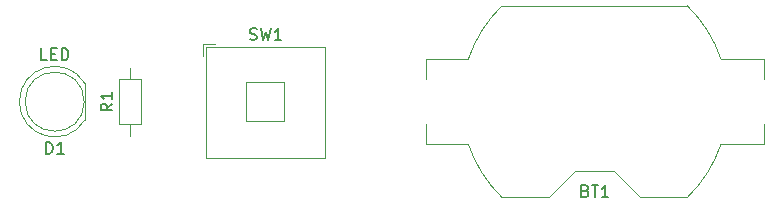
<source format=gto>
%TF.GenerationSoftware,KiCad,Pcbnew,(6.0.9)*%
%TF.CreationDate,2023-10-22T03:23:37+00:00*%
%TF.ProjectId,LED Torch,4c454420-546f-4726-9368-2e6b69636164,0.1*%
%TF.SameCoordinates,Original*%
%TF.FileFunction,Legend,Top*%
%TF.FilePolarity,Positive*%
%FSLAX46Y46*%
G04 Gerber Fmt 4.6, Leading zero omitted, Abs format (unit mm)*
G04 Created by KiCad (PCBNEW (6.0.9)) date 2023-10-22 03:23:37*
%MOMM*%
%LPD*%
G01*
G04 APERTURE LIST*
%ADD10C,0.150000*%
%ADD11C,0.120000*%
G04 APERTURE END LIST*
D10*
%TO.C,SW1*%
X69864166Y-65852261D02*
X70007023Y-65899880D01*
X70245119Y-65899880D01*
X70340357Y-65852261D01*
X70387976Y-65804642D01*
X70435595Y-65709404D01*
X70435595Y-65614166D01*
X70387976Y-65518928D01*
X70340357Y-65471309D01*
X70245119Y-65423690D01*
X70054642Y-65376071D01*
X69959404Y-65328452D01*
X69911785Y-65280833D01*
X69864166Y-65185595D01*
X69864166Y-65090357D01*
X69911785Y-64995119D01*
X69959404Y-64947500D01*
X70054642Y-64899880D01*
X70292738Y-64899880D01*
X70435595Y-64947500D01*
X70768928Y-64899880D02*
X71007023Y-65899880D01*
X71197500Y-65185595D01*
X71387976Y-65899880D01*
X71626071Y-64899880D01*
X72530833Y-65899880D02*
X71959404Y-65899880D01*
X72245119Y-65899880D02*
X72245119Y-64899880D01*
X72149880Y-65042738D01*
X72054642Y-65137976D01*
X71959404Y-65185595D01*
%TO.C,R1*%
X58222380Y-71286666D02*
X57746190Y-71620000D01*
X58222380Y-71858095D02*
X57222380Y-71858095D01*
X57222380Y-71477142D01*
X57270000Y-71381904D01*
X57317619Y-71334285D01*
X57412857Y-71286666D01*
X57555714Y-71286666D01*
X57650952Y-71334285D01*
X57698571Y-71381904D01*
X57746190Y-71477142D01*
X57746190Y-71858095D01*
X58222380Y-70334285D02*
X58222380Y-70905714D01*
X58222380Y-70620000D02*
X57222380Y-70620000D01*
X57365238Y-70715238D01*
X57460476Y-70810476D01*
X57508095Y-70905714D01*
%TO.C,D1*%
X52601904Y-75532380D02*
X52601904Y-74532380D01*
X52840000Y-74532380D01*
X52982857Y-74580000D01*
X53078095Y-74675238D01*
X53125714Y-74770476D01*
X53173333Y-74960952D01*
X53173333Y-75103809D01*
X53125714Y-75294285D01*
X53078095Y-75389523D01*
X52982857Y-75484761D01*
X52840000Y-75532380D01*
X52601904Y-75532380D01*
X54125714Y-75532380D02*
X53554285Y-75532380D01*
X53840000Y-75532380D02*
X53840000Y-74532380D01*
X53744761Y-74675238D01*
X53649523Y-74770476D01*
X53554285Y-74818095D01*
X52697142Y-67612380D02*
X52220952Y-67612380D01*
X52220952Y-66612380D01*
X53030476Y-67088571D02*
X53363809Y-67088571D01*
X53506666Y-67612380D02*
X53030476Y-67612380D01*
X53030476Y-66612380D01*
X53506666Y-66612380D01*
X53935238Y-67612380D02*
X53935238Y-66612380D01*
X54173333Y-66612380D01*
X54316190Y-66660000D01*
X54411428Y-66755238D01*
X54459047Y-66850476D01*
X54506666Y-67040952D01*
X54506666Y-67183809D01*
X54459047Y-67374285D01*
X54411428Y-67469523D01*
X54316190Y-67564761D01*
X54173333Y-67612380D01*
X53935238Y-67612380D01*
%TO.C,BT1*%
X98274285Y-78668571D02*
X98417142Y-78716190D01*
X98464761Y-78763809D01*
X98512380Y-78859047D01*
X98512380Y-79001904D01*
X98464761Y-79097142D01*
X98417142Y-79144761D01*
X98321904Y-79192380D01*
X97940952Y-79192380D01*
X97940952Y-78192380D01*
X98274285Y-78192380D01*
X98369523Y-78240000D01*
X98417142Y-78287619D01*
X98464761Y-78382857D01*
X98464761Y-78478095D01*
X98417142Y-78573333D01*
X98369523Y-78620952D01*
X98274285Y-78668571D01*
X97940952Y-78668571D01*
X98798095Y-78192380D02*
X99369523Y-78192380D01*
X99083809Y-79192380D02*
X99083809Y-78192380D01*
X100226666Y-79192380D02*
X99655238Y-79192380D01*
X99940952Y-79192380D02*
X99940952Y-78192380D01*
X99845714Y-78335238D01*
X99750476Y-78430476D01*
X99655238Y-78478095D01*
D11*
%TO.C,SW1*%
X76217500Y-75917500D02*
X76217500Y-66477500D01*
X76217500Y-75917500D02*
X66177500Y-75917500D01*
X76217500Y-66477500D02*
X66177500Y-66477500D01*
X72797500Y-72797500D02*
X69497500Y-72797500D01*
X72797500Y-69497500D02*
X72797500Y-72797500D01*
X72797500Y-69497500D02*
X69497500Y-69497500D01*
X69497500Y-69497500D02*
X69497500Y-72797500D01*
X66927500Y-66227500D02*
X65927500Y-66227500D01*
X66177500Y-75917500D02*
X66177500Y-66477500D01*
X65927500Y-67227500D02*
X65927500Y-66227500D01*
%TO.C,R1*%
X60610000Y-69200000D02*
X58770000Y-69200000D01*
X58770000Y-69200000D02*
X58770000Y-73040000D01*
X60610000Y-73040000D02*
X60610000Y-69200000D01*
X59690000Y-68250000D02*
X59690000Y-69200000D01*
X58770000Y-73040000D02*
X60610000Y-73040000D01*
X59690000Y-73990000D02*
X59690000Y-73040000D01*
%TO.C,D1*%
X55840000Y-71120000D02*
G75*
G03*
X55840000Y-71120000I-2500000J0D01*
G01*
X50350000Y-71119538D02*
G75*
G03*
X55900000Y-72664830I2990000J-462D01*
G01*
X55900000Y-69575170D02*
G75*
G03*
X50350000Y-71120462I-2560000J-1544830D01*
G01*
X55900000Y-72665000D02*
X55900000Y-69575000D01*
%TO.C,BT1*%
X97400000Y-77030000D02*
X95200000Y-79230000D01*
X113370000Y-69220000D02*
X113370000Y-67510000D01*
X84750000Y-73020000D02*
X84750000Y-74730000D01*
X100720000Y-77030000D02*
X97400000Y-77030000D01*
X91212700Y-63010000D02*
X106907300Y-63010000D01*
X113370000Y-74730000D02*
X109752000Y-74730000D01*
X109752000Y-67510000D02*
X113370000Y-67510000D01*
X88368000Y-74730000D02*
X84750000Y-74730000D01*
X106907300Y-79230000D02*
X102920000Y-79230000D01*
X100720000Y-77030000D02*
X102920000Y-79230000D01*
X84750000Y-67510000D02*
X88368000Y-67510000D01*
X84750000Y-69220000D02*
X84750000Y-67510000D01*
X95200000Y-79230000D02*
X91212700Y-79230000D01*
X113370000Y-73020000D02*
X113370000Y-74730000D01*
X106905371Y-79231789D02*
G75*
G03*
X109752000Y-74730000I-7845391J8111801D01*
G01*
X109752001Y-67510000D02*
G75*
G03*
X106905371Y-63008211I-10692001J-3610000D01*
G01*
X91214628Y-63008210D02*
G75*
G03*
X88368000Y-67510000I7845392J-8111800D01*
G01*
X88368000Y-74730000D02*
G75*
G03*
X91214629Y-79231789I10691995J3609996D01*
G01*
%TD*%
M02*

</source>
